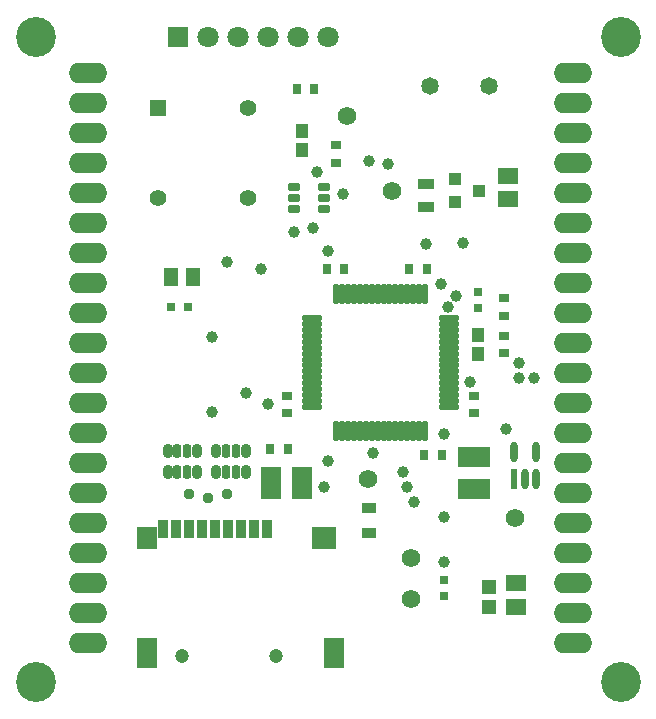
<source format=gts>
G04*
G04 #@! TF.GenerationSoftware,Altium Limited,Altium Designer,23.2.1 (34)*
G04*
G04 Layer_Color=8388736*
%FSLAX25Y25*%
%MOIN*%
G70*
G04*
G04 #@! TF.SameCoordinates,B2F2E879-4ADF-417A-83DA-379EB80E5566*
G04*
G04*
G04 #@! TF.FilePolarity,Negative*
G04*
G01*
G75*
%ADD23R,0.03985X0.04560*%
%ADD24R,0.03543X0.03150*%
%ADD28R,0.03150X0.03543*%
%ADD29R,0.03150X0.03150*%
%ADD32R,0.05709X0.03740*%
%ADD33R,0.02756X0.02559*%
%ADD34R,0.02410X0.06911*%
G04:AMPARAMS|DCode=35|XSize=69.11mil|YSize=24.1mil|CornerRadius=12.05mil|HoleSize=0mil|Usage=FLASHONLY|Rotation=90.000|XOffset=0mil|YOffset=0mil|HoleType=Round|Shape=RoundedRectangle|*
%AMROUNDEDRECTD35*
21,1,0.06911,0.00000,0,0,90.0*
21,1,0.04501,0.02410,0,0,90.0*
1,1,0.02410,0.00000,0.02251*
1,1,0.02410,0.00000,-0.02251*
1,1,0.02410,0.00000,-0.02251*
1,1,0.02410,0.00000,0.02251*
%
%ADD35ROUNDEDRECTD35*%
%ADD36R,0.04724X0.03543*%
%ADD39R,0.06506X0.11040*%
%ADD41R,0.11040X0.06506*%
%ADD42R,0.04934X0.06312*%
%ADD43R,0.08100X0.07300*%
%ADD44R,0.06500X0.10400*%
%ADD45R,0.06500X0.07300*%
%ADD46R,0.03556X0.05918*%
G04:AMPARAMS|DCode=47|XSize=43.43mil|YSize=32.02mil|CornerRadius=10mil|HoleSize=0mil|Usage=FLASHONLY|Rotation=90.000|XOffset=0mil|YOffset=0mil|HoleType=Round|Shape=RoundedRectangle|*
%AMROUNDEDRECTD47*
21,1,0.04343,0.01201,0,0,90.0*
21,1,0.02343,0.03202,0,0,90.0*
1,1,0.02001,0.00600,0.01171*
1,1,0.02001,0.00600,-0.01171*
1,1,0.02001,-0.00600,-0.01171*
1,1,0.02001,-0.00600,0.01171*
%
%ADD47ROUNDEDRECTD47*%
G04:AMPARAMS|DCode=48|XSize=43.43mil|YSize=28.87mil|CornerRadius=9.22mil|HoleSize=0mil|Usage=FLASHONLY|Rotation=90.000|XOffset=0mil|YOffset=0mil|HoleType=Round|Shape=RoundedRectangle|*
%AMROUNDEDRECTD48*
21,1,0.04343,0.01043,0,0,90.0*
21,1,0.02500,0.02887,0,0,90.0*
1,1,0.01843,0.00522,0.01250*
1,1,0.01843,0.00522,-0.01250*
1,1,0.01843,-0.00522,-0.01250*
1,1,0.01843,-0.00522,0.01250*
%
%ADD48ROUNDEDRECTD48*%
G04:AMPARAMS|DCode=49|XSize=29.65mil|YSize=39.5mil|CornerRadius=5.95mil|HoleSize=0mil|Usage=FLASHONLY|Rotation=90.000|XOffset=0mil|YOffset=0mil|HoleType=Round|Shape=RoundedRectangle|*
%AMROUNDEDRECTD49*
21,1,0.02965,0.02760,0,0,90.0*
21,1,0.01776,0.03950,0,0,90.0*
1,1,0.01190,0.01380,0.00888*
1,1,0.01190,0.01380,-0.00888*
1,1,0.01190,-0.01380,-0.00888*
1,1,0.01190,-0.01380,0.00888*
%
%ADD49ROUNDEDRECTD49*%
%ADD50R,0.04343X0.03950*%
%ADD51R,0.04737X0.05131*%
%ADD52R,0.06902X0.05721*%
%ADD53O,0.01981X0.07099*%
%ADD54O,0.07099X0.01981*%
%ADD55R,0.06509X0.05524*%
%ADD56C,0.04737*%
%ADD57C,0.06181*%
%ADD58C,0.05839*%
%ADD59O,0.12800X0.06800*%
%ADD60R,0.05556X0.05556*%
%ADD61C,0.05556*%
%ADD62C,0.07099*%
%ADD63R,0.07099X0.07099*%
%ADD64C,0.13300*%
%ADD65C,0.03950*%
%ADD66C,0.03740*%
D23*
X98750Y187238D02*
D03*
Y193750D02*
D03*
X157500Y119186D02*
D03*
Y125698D02*
D03*
D24*
X110000Y188885D02*
D03*
Y182979D02*
D03*
X166250Y119489D02*
D03*
Y125395D02*
D03*
Y137953D02*
D03*
Y132047D02*
D03*
X156250Y105395D02*
D03*
Y99489D02*
D03*
X93750Y105395D02*
D03*
Y99489D02*
D03*
D28*
X102953Y207500D02*
D03*
X97047D02*
D03*
X112953Y147500D02*
D03*
X107047D02*
D03*
X140453D02*
D03*
X134547D02*
D03*
X139547Y85769D02*
D03*
X145453D02*
D03*
X94203Y87500D02*
D03*
X88297D02*
D03*
D29*
X55000Y135000D02*
D03*
X60905D02*
D03*
D32*
X140000Y168356D02*
D03*
Y176033D02*
D03*
D33*
X146250Y38592D02*
D03*
Y43907D02*
D03*
X157500Y134784D02*
D03*
Y140099D02*
D03*
D34*
X169320Y77549D02*
D03*
D35*
X173060D02*
D03*
X176800D02*
D03*
Y86804D02*
D03*
X169320D02*
D03*
D36*
X121250Y67884D02*
D03*
Y59616D02*
D03*
D39*
X98750Y76250D02*
D03*
X88315D02*
D03*
D41*
X156250Y74443D02*
D03*
Y84878D02*
D03*
D42*
X62490Y145000D02*
D03*
X55010D02*
D03*
D43*
X106255Y57874D02*
D03*
D44*
X109307Y19685D02*
D03*
X47004D02*
D03*
D45*
Y57874D02*
D03*
D46*
X52589Y60921D02*
D03*
X56919D02*
D03*
X61250D02*
D03*
X65581D02*
D03*
X69911D02*
D03*
X74242D02*
D03*
X78573D02*
D03*
X82903D02*
D03*
X87234D02*
D03*
D47*
X70232Y80000D02*
D03*
X79996D02*
D03*
Y86968D02*
D03*
X70232D02*
D03*
X53986Y80000D02*
D03*
X63750D02*
D03*
Y86968D02*
D03*
X53986D02*
D03*
D48*
X73539Y80000D02*
D03*
X76689D02*
D03*
Y86968D02*
D03*
X73539D02*
D03*
X57293Y80000D02*
D03*
X60443D02*
D03*
Y86968D02*
D03*
X57293D02*
D03*
D49*
X96230Y174990D02*
D03*
Y171250D02*
D03*
Y167510D02*
D03*
X106270D02*
D03*
Y171250D02*
D03*
Y174990D02*
D03*
D50*
X149813Y177490D02*
D03*
Y170010D02*
D03*
X157687Y173750D02*
D03*
D51*
X161250Y41693D02*
D03*
Y35000D02*
D03*
D52*
X170000D02*
D03*
Y43071D02*
D03*
D53*
X125984Y139321D02*
D03*
X124016D02*
D03*
X122047D02*
D03*
X120079D02*
D03*
X118110D02*
D03*
X139764D02*
D03*
X137795D02*
D03*
X135827D02*
D03*
X133858D02*
D03*
X131890D02*
D03*
X129921D02*
D03*
X127953D02*
D03*
X116142D02*
D03*
X114173D02*
D03*
X112205D02*
D03*
X110236D02*
D03*
Y93652D02*
D03*
X112205D02*
D03*
X114173D02*
D03*
X116142D02*
D03*
X118110D02*
D03*
X120079D02*
D03*
X122047D02*
D03*
X124016D02*
D03*
X125984D02*
D03*
X127953D02*
D03*
X129921D02*
D03*
X131890D02*
D03*
X133858D02*
D03*
X135827D02*
D03*
X137795D02*
D03*
X139764D02*
D03*
D54*
X147835Y101722D02*
D03*
Y103691D02*
D03*
Y105659D02*
D03*
Y107628D02*
D03*
Y109597D02*
D03*
Y111565D02*
D03*
Y113533D02*
D03*
Y115502D02*
D03*
Y117471D02*
D03*
Y119439D02*
D03*
Y121407D02*
D03*
Y123376D02*
D03*
Y125345D02*
D03*
Y127313D02*
D03*
Y129281D02*
D03*
Y131250D02*
D03*
X102165D02*
D03*
Y129281D02*
D03*
Y127313D02*
D03*
Y125345D02*
D03*
Y123376D02*
D03*
Y121407D02*
D03*
Y119439D02*
D03*
Y117471D02*
D03*
Y115502D02*
D03*
Y113533D02*
D03*
Y111565D02*
D03*
Y109597D02*
D03*
Y107628D02*
D03*
Y105659D02*
D03*
Y103691D02*
D03*
Y101722D02*
D03*
D55*
X167500Y178721D02*
D03*
Y170847D02*
D03*
D56*
X90156Y18777D02*
D03*
X58755D02*
D03*
D57*
X113750Y198750D02*
D03*
X128750Y173750D02*
D03*
X169732Y64557D02*
D03*
X120777Y77500D02*
D03*
X135000Y51250D02*
D03*
Y37500D02*
D03*
D58*
X161092Y208750D02*
D03*
X141408D02*
D03*
D59*
X188976Y213110D02*
D03*
Y203110D02*
D03*
Y193110D02*
D03*
Y183110D02*
D03*
Y173110D02*
D03*
Y163110D02*
D03*
Y153110D02*
D03*
Y143110D02*
D03*
Y133110D02*
D03*
Y123110D02*
D03*
Y113110D02*
D03*
Y103110D02*
D03*
Y93110D02*
D03*
Y83110D02*
D03*
Y73110D02*
D03*
Y63110D02*
D03*
Y53110D02*
D03*
Y43110D02*
D03*
Y33110D02*
D03*
Y23110D02*
D03*
X27559Y213110D02*
D03*
Y203110D02*
D03*
Y193110D02*
D03*
Y183110D02*
D03*
Y173110D02*
D03*
Y163110D02*
D03*
Y153110D02*
D03*
Y143110D02*
D03*
Y133110D02*
D03*
Y123110D02*
D03*
Y113110D02*
D03*
Y103110D02*
D03*
Y93110D02*
D03*
Y83110D02*
D03*
Y73110D02*
D03*
Y63110D02*
D03*
Y53110D02*
D03*
Y43110D02*
D03*
Y33110D02*
D03*
Y23110D02*
D03*
D60*
X50747Y201250D02*
D03*
D61*
Y171250D02*
D03*
X80747D02*
D03*
Y201250D02*
D03*
D62*
X87500Y225000D02*
D03*
X67500D02*
D03*
X77500D02*
D03*
X97500D02*
D03*
X107500D02*
D03*
D63*
X57500D02*
D03*
D64*
X10000D02*
D03*
X205000D02*
D03*
Y10000D02*
D03*
X10000D02*
D03*
D65*
X133750Y75000D02*
D03*
X136250Y70000D02*
D03*
X132500Y80000D02*
D03*
X121250Y183750D02*
D03*
X127500Y182500D02*
D03*
X103750Y180000D02*
D03*
X112500Y172500D02*
D03*
X87500Y102500D02*
D03*
X68750Y100000D02*
D03*
X73750Y150000D02*
D03*
X152500Y156250D02*
D03*
X102500Y161250D02*
D03*
X96250Y160000D02*
D03*
X106250Y75000D02*
D03*
X107500Y83750D02*
D03*
X145000Y142588D02*
D03*
X171250Y116250D02*
D03*
Y111250D02*
D03*
X176250D02*
D03*
X140000Y156082D02*
D03*
X68750Y125000D02*
D03*
X147494Y134999D02*
D03*
X150000Y138750D02*
D03*
X154730Y109857D02*
D03*
X80000Y106250D02*
D03*
X146250Y65000D02*
D03*
Y50000D02*
D03*
X166682Y94182D02*
D03*
X146250Y92500D02*
D03*
X122500Y86250D02*
D03*
X85000Y147500D02*
D03*
X107500Y153750D02*
D03*
D66*
X67500Y71250D02*
D03*
X61250Y72500D02*
D03*
X73750D02*
D03*
M02*

</source>
